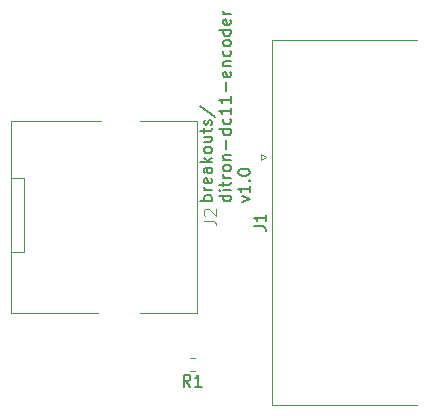
<source format=gto>
G04 #@! TF.GenerationSoftware,KiCad,Pcbnew,8.0.5*
G04 #@! TF.CreationDate,2024-09-25T12:16:08+03:00*
G04 #@! TF.ProjectId,ditron-dc11-encoder,64697472-6f6e-42d6-9463-31312d656e63,rev?*
G04 #@! TF.SameCoordinates,Original*
G04 #@! TF.FileFunction,Legend,Top*
G04 #@! TF.FilePolarity,Positive*
%FSLAX46Y46*%
G04 Gerber Fmt 4.6, Leading zero omitted, Abs format (unit mm)*
G04 Created by KiCad (PCBNEW 8.0.5) date 2024-09-25 12:16:08*
%MOMM*%
%LPD*%
G01*
G04 APERTURE LIST*
%ADD10C,0.150000*%
%ADD11C,0.100000*%
%ADD12C,0.120000*%
G04 APERTURE END LIST*
D10*
X162149931Y-92163220D02*
X161149931Y-92163220D01*
X161530883Y-92163220D02*
X161483264Y-92067982D01*
X161483264Y-92067982D02*
X161483264Y-91877506D01*
X161483264Y-91877506D02*
X161530883Y-91782268D01*
X161530883Y-91782268D02*
X161578502Y-91734649D01*
X161578502Y-91734649D02*
X161673740Y-91687030D01*
X161673740Y-91687030D02*
X161959454Y-91687030D01*
X161959454Y-91687030D02*
X162054692Y-91734649D01*
X162054692Y-91734649D02*
X162102312Y-91782268D01*
X162102312Y-91782268D02*
X162149931Y-91877506D01*
X162149931Y-91877506D02*
X162149931Y-92067982D01*
X162149931Y-92067982D02*
X162102312Y-92163220D01*
X162149931Y-91258458D02*
X161483264Y-91258458D01*
X161673740Y-91258458D02*
X161578502Y-91210839D01*
X161578502Y-91210839D02*
X161530883Y-91163220D01*
X161530883Y-91163220D02*
X161483264Y-91067982D01*
X161483264Y-91067982D02*
X161483264Y-90972744D01*
X162102312Y-90258458D02*
X162149931Y-90353696D01*
X162149931Y-90353696D02*
X162149931Y-90544172D01*
X162149931Y-90544172D02*
X162102312Y-90639410D01*
X162102312Y-90639410D02*
X162007073Y-90687029D01*
X162007073Y-90687029D02*
X161626121Y-90687029D01*
X161626121Y-90687029D02*
X161530883Y-90639410D01*
X161530883Y-90639410D02*
X161483264Y-90544172D01*
X161483264Y-90544172D02*
X161483264Y-90353696D01*
X161483264Y-90353696D02*
X161530883Y-90258458D01*
X161530883Y-90258458D02*
X161626121Y-90210839D01*
X161626121Y-90210839D02*
X161721359Y-90210839D01*
X161721359Y-90210839D02*
X161816597Y-90687029D01*
X162149931Y-89353696D02*
X161626121Y-89353696D01*
X161626121Y-89353696D02*
X161530883Y-89401315D01*
X161530883Y-89401315D02*
X161483264Y-89496553D01*
X161483264Y-89496553D02*
X161483264Y-89687029D01*
X161483264Y-89687029D02*
X161530883Y-89782267D01*
X162102312Y-89353696D02*
X162149931Y-89448934D01*
X162149931Y-89448934D02*
X162149931Y-89687029D01*
X162149931Y-89687029D02*
X162102312Y-89782267D01*
X162102312Y-89782267D02*
X162007073Y-89829886D01*
X162007073Y-89829886D02*
X161911835Y-89829886D01*
X161911835Y-89829886D02*
X161816597Y-89782267D01*
X161816597Y-89782267D02*
X161768978Y-89687029D01*
X161768978Y-89687029D02*
X161768978Y-89448934D01*
X161768978Y-89448934D02*
X161721359Y-89353696D01*
X162149931Y-88877505D02*
X161149931Y-88877505D01*
X161768978Y-88782267D02*
X162149931Y-88496553D01*
X161483264Y-88496553D02*
X161864216Y-88877505D01*
X162149931Y-87925124D02*
X162102312Y-88020362D01*
X162102312Y-88020362D02*
X162054692Y-88067981D01*
X162054692Y-88067981D02*
X161959454Y-88115600D01*
X161959454Y-88115600D02*
X161673740Y-88115600D01*
X161673740Y-88115600D02*
X161578502Y-88067981D01*
X161578502Y-88067981D02*
X161530883Y-88020362D01*
X161530883Y-88020362D02*
X161483264Y-87925124D01*
X161483264Y-87925124D02*
X161483264Y-87782267D01*
X161483264Y-87782267D02*
X161530883Y-87687029D01*
X161530883Y-87687029D02*
X161578502Y-87639410D01*
X161578502Y-87639410D02*
X161673740Y-87591791D01*
X161673740Y-87591791D02*
X161959454Y-87591791D01*
X161959454Y-87591791D02*
X162054692Y-87639410D01*
X162054692Y-87639410D02*
X162102312Y-87687029D01*
X162102312Y-87687029D02*
X162149931Y-87782267D01*
X162149931Y-87782267D02*
X162149931Y-87925124D01*
X161483264Y-86734648D02*
X162149931Y-86734648D01*
X161483264Y-87163219D02*
X162007073Y-87163219D01*
X162007073Y-87163219D02*
X162102312Y-87115600D01*
X162102312Y-87115600D02*
X162149931Y-87020362D01*
X162149931Y-87020362D02*
X162149931Y-86877505D01*
X162149931Y-86877505D02*
X162102312Y-86782267D01*
X162102312Y-86782267D02*
X162054692Y-86734648D01*
X161483264Y-86401314D02*
X161483264Y-86020362D01*
X161149931Y-86258457D02*
X162007073Y-86258457D01*
X162007073Y-86258457D02*
X162102312Y-86210838D01*
X162102312Y-86210838D02*
X162149931Y-86115600D01*
X162149931Y-86115600D02*
X162149931Y-86020362D01*
X162102312Y-85734647D02*
X162149931Y-85639409D01*
X162149931Y-85639409D02*
X162149931Y-85448933D01*
X162149931Y-85448933D02*
X162102312Y-85353695D01*
X162102312Y-85353695D02*
X162007073Y-85306076D01*
X162007073Y-85306076D02*
X161959454Y-85306076D01*
X161959454Y-85306076D02*
X161864216Y-85353695D01*
X161864216Y-85353695D02*
X161816597Y-85448933D01*
X161816597Y-85448933D02*
X161816597Y-85591790D01*
X161816597Y-85591790D02*
X161768978Y-85687028D01*
X161768978Y-85687028D02*
X161673740Y-85734647D01*
X161673740Y-85734647D02*
X161626121Y-85734647D01*
X161626121Y-85734647D02*
X161530883Y-85687028D01*
X161530883Y-85687028D02*
X161483264Y-85591790D01*
X161483264Y-85591790D02*
X161483264Y-85448933D01*
X161483264Y-85448933D02*
X161530883Y-85353695D01*
X161102312Y-84163219D02*
X162388026Y-85020361D01*
X163759875Y-91734649D02*
X162759875Y-91734649D01*
X163712256Y-91734649D02*
X163759875Y-91829887D01*
X163759875Y-91829887D02*
X163759875Y-92020363D01*
X163759875Y-92020363D02*
X163712256Y-92115601D01*
X163712256Y-92115601D02*
X163664636Y-92163220D01*
X163664636Y-92163220D02*
X163569398Y-92210839D01*
X163569398Y-92210839D02*
X163283684Y-92210839D01*
X163283684Y-92210839D02*
X163188446Y-92163220D01*
X163188446Y-92163220D02*
X163140827Y-92115601D01*
X163140827Y-92115601D02*
X163093208Y-92020363D01*
X163093208Y-92020363D02*
X163093208Y-91829887D01*
X163093208Y-91829887D02*
X163140827Y-91734649D01*
X163759875Y-91258458D02*
X163093208Y-91258458D01*
X162759875Y-91258458D02*
X162807494Y-91306077D01*
X162807494Y-91306077D02*
X162855113Y-91258458D01*
X162855113Y-91258458D02*
X162807494Y-91210839D01*
X162807494Y-91210839D02*
X162759875Y-91258458D01*
X162759875Y-91258458D02*
X162855113Y-91258458D01*
X163093208Y-90925125D02*
X163093208Y-90544173D01*
X162759875Y-90782268D02*
X163617017Y-90782268D01*
X163617017Y-90782268D02*
X163712256Y-90734649D01*
X163712256Y-90734649D02*
X163759875Y-90639411D01*
X163759875Y-90639411D02*
X163759875Y-90544173D01*
X163759875Y-90210839D02*
X163093208Y-90210839D01*
X163283684Y-90210839D02*
X163188446Y-90163220D01*
X163188446Y-90163220D02*
X163140827Y-90115601D01*
X163140827Y-90115601D02*
X163093208Y-90020363D01*
X163093208Y-90020363D02*
X163093208Y-89925125D01*
X163759875Y-89448934D02*
X163712256Y-89544172D01*
X163712256Y-89544172D02*
X163664636Y-89591791D01*
X163664636Y-89591791D02*
X163569398Y-89639410D01*
X163569398Y-89639410D02*
X163283684Y-89639410D01*
X163283684Y-89639410D02*
X163188446Y-89591791D01*
X163188446Y-89591791D02*
X163140827Y-89544172D01*
X163140827Y-89544172D02*
X163093208Y-89448934D01*
X163093208Y-89448934D02*
X163093208Y-89306077D01*
X163093208Y-89306077D02*
X163140827Y-89210839D01*
X163140827Y-89210839D02*
X163188446Y-89163220D01*
X163188446Y-89163220D02*
X163283684Y-89115601D01*
X163283684Y-89115601D02*
X163569398Y-89115601D01*
X163569398Y-89115601D02*
X163664636Y-89163220D01*
X163664636Y-89163220D02*
X163712256Y-89210839D01*
X163712256Y-89210839D02*
X163759875Y-89306077D01*
X163759875Y-89306077D02*
X163759875Y-89448934D01*
X163093208Y-88687029D02*
X163759875Y-88687029D01*
X163188446Y-88687029D02*
X163140827Y-88639410D01*
X163140827Y-88639410D02*
X163093208Y-88544172D01*
X163093208Y-88544172D02*
X163093208Y-88401315D01*
X163093208Y-88401315D02*
X163140827Y-88306077D01*
X163140827Y-88306077D02*
X163236065Y-88258458D01*
X163236065Y-88258458D02*
X163759875Y-88258458D01*
X163378922Y-87782267D02*
X163378922Y-87020363D01*
X163759875Y-86115601D02*
X162759875Y-86115601D01*
X163712256Y-86115601D02*
X163759875Y-86210839D01*
X163759875Y-86210839D02*
X163759875Y-86401315D01*
X163759875Y-86401315D02*
X163712256Y-86496553D01*
X163712256Y-86496553D02*
X163664636Y-86544172D01*
X163664636Y-86544172D02*
X163569398Y-86591791D01*
X163569398Y-86591791D02*
X163283684Y-86591791D01*
X163283684Y-86591791D02*
X163188446Y-86544172D01*
X163188446Y-86544172D02*
X163140827Y-86496553D01*
X163140827Y-86496553D02*
X163093208Y-86401315D01*
X163093208Y-86401315D02*
X163093208Y-86210839D01*
X163093208Y-86210839D02*
X163140827Y-86115601D01*
X163712256Y-85210839D02*
X163759875Y-85306077D01*
X163759875Y-85306077D02*
X163759875Y-85496553D01*
X163759875Y-85496553D02*
X163712256Y-85591791D01*
X163712256Y-85591791D02*
X163664636Y-85639410D01*
X163664636Y-85639410D02*
X163569398Y-85687029D01*
X163569398Y-85687029D02*
X163283684Y-85687029D01*
X163283684Y-85687029D02*
X163188446Y-85639410D01*
X163188446Y-85639410D02*
X163140827Y-85591791D01*
X163140827Y-85591791D02*
X163093208Y-85496553D01*
X163093208Y-85496553D02*
X163093208Y-85306077D01*
X163093208Y-85306077D02*
X163140827Y-85210839D01*
X163759875Y-84258458D02*
X163759875Y-84829886D01*
X163759875Y-84544172D02*
X162759875Y-84544172D01*
X162759875Y-84544172D02*
X162902732Y-84639410D01*
X162902732Y-84639410D02*
X162997970Y-84734648D01*
X162997970Y-84734648D02*
X163045589Y-84829886D01*
X163759875Y-83306077D02*
X163759875Y-83877505D01*
X163759875Y-83591791D02*
X162759875Y-83591791D01*
X162759875Y-83591791D02*
X162902732Y-83687029D01*
X162902732Y-83687029D02*
X162997970Y-83782267D01*
X162997970Y-83782267D02*
X163045589Y-83877505D01*
X163378922Y-82877505D02*
X163378922Y-82115601D01*
X163712256Y-81258458D02*
X163759875Y-81353696D01*
X163759875Y-81353696D02*
X163759875Y-81544172D01*
X163759875Y-81544172D02*
X163712256Y-81639410D01*
X163712256Y-81639410D02*
X163617017Y-81687029D01*
X163617017Y-81687029D02*
X163236065Y-81687029D01*
X163236065Y-81687029D02*
X163140827Y-81639410D01*
X163140827Y-81639410D02*
X163093208Y-81544172D01*
X163093208Y-81544172D02*
X163093208Y-81353696D01*
X163093208Y-81353696D02*
X163140827Y-81258458D01*
X163140827Y-81258458D02*
X163236065Y-81210839D01*
X163236065Y-81210839D02*
X163331303Y-81210839D01*
X163331303Y-81210839D02*
X163426541Y-81687029D01*
X163093208Y-80782267D02*
X163759875Y-80782267D01*
X163188446Y-80782267D02*
X163140827Y-80734648D01*
X163140827Y-80734648D02*
X163093208Y-80639410D01*
X163093208Y-80639410D02*
X163093208Y-80496553D01*
X163093208Y-80496553D02*
X163140827Y-80401315D01*
X163140827Y-80401315D02*
X163236065Y-80353696D01*
X163236065Y-80353696D02*
X163759875Y-80353696D01*
X163712256Y-79448934D02*
X163759875Y-79544172D01*
X163759875Y-79544172D02*
X163759875Y-79734648D01*
X163759875Y-79734648D02*
X163712256Y-79829886D01*
X163712256Y-79829886D02*
X163664636Y-79877505D01*
X163664636Y-79877505D02*
X163569398Y-79925124D01*
X163569398Y-79925124D02*
X163283684Y-79925124D01*
X163283684Y-79925124D02*
X163188446Y-79877505D01*
X163188446Y-79877505D02*
X163140827Y-79829886D01*
X163140827Y-79829886D02*
X163093208Y-79734648D01*
X163093208Y-79734648D02*
X163093208Y-79544172D01*
X163093208Y-79544172D02*
X163140827Y-79448934D01*
X163759875Y-78877505D02*
X163712256Y-78972743D01*
X163712256Y-78972743D02*
X163664636Y-79020362D01*
X163664636Y-79020362D02*
X163569398Y-79067981D01*
X163569398Y-79067981D02*
X163283684Y-79067981D01*
X163283684Y-79067981D02*
X163188446Y-79020362D01*
X163188446Y-79020362D02*
X163140827Y-78972743D01*
X163140827Y-78972743D02*
X163093208Y-78877505D01*
X163093208Y-78877505D02*
X163093208Y-78734648D01*
X163093208Y-78734648D02*
X163140827Y-78639410D01*
X163140827Y-78639410D02*
X163188446Y-78591791D01*
X163188446Y-78591791D02*
X163283684Y-78544172D01*
X163283684Y-78544172D02*
X163569398Y-78544172D01*
X163569398Y-78544172D02*
X163664636Y-78591791D01*
X163664636Y-78591791D02*
X163712256Y-78639410D01*
X163712256Y-78639410D02*
X163759875Y-78734648D01*
X163759875Y-78734648D02*
X163759875Y-78877505D01*
X163759875Y-77687029D02*
X162759875Y-77687029D01*
X163712256Y-77687029D02*
X163759875Y-77782267D01*
X163759875Y-77782267D02*
X163759875Y-77972743D01*
X163759875Y-77972743D02*
X163712256Y-78067981D01*
X163712256Y-78067981D02*
X163664636Y-78115600D01*
X163664636Y-78115600D02*
X163569398Y-78163219D01*
X163569398Y-78163219D02*
X163283684Y-78163219D01*
X163283684Y-78163219D02*
X163188446Y-78115600D01*
X163188446Y-78115600D02*
X163140827Y-78067981D01*
X163140827Y-78067981D02*
X163093208Y-77972743D01*
X163093208Y-77972743D02*
X163093208Y-77782267D01*
X163093208Y-77782267D02*
X163140827Y-77687029D01*
X163712256Y-76829886D02*
X163759875Y-76925124D01*
X163759875Y-76925124D02*
X163759875Y-77115600D01*
X163759875Y-77115600D02*
X163712256Y-77210838D01*
X163712256Y-77210838D02*
X163617017Y-77258457D01*
X163617017Y-77258457D02*
X163236065Y-77258457D01*
X163236065Y-77258457D02*
X163140827Y-77210838D01*
X163140827Y-77210838D02*
X163093208Y-77115600D01*
X163093208Y-77115600D02*
X163093208Y-76925124D01*
X163093208Y-76925124D02*
X163140827Y-76829886D01*
X163140827Y-76829886D02*
X163236065Y-76782267D01*
X163236065Y-76782267D02*
X163331303Y-76782267D01*
X163331303Y-76782267D02*
X163426541Y-77258457D01*
X163759875Y-76353695D02*
X163093208Y-76353695D01*
X163283684Y-76353695D02*
X163188446Y-76306076D01*
X163188446Y-76306076D02*
X163140827Y-76258457D01*
X163140827Y-76258457D02*
X163093208Y-76163219D01*
X163093208Y-76163219D02*
X163093208Y-76067981D01*
X164703152Y-92258458D02*
X165369819Y-92020363D01*
X165369819Y-92020363D02*
X164703152Y-91782268D01*
X165369819Y-90877506D02*
X165369819Y-91448934D01*
X165369819Y-91163220D02*
X164369819Y-91163220D01*
X164369819Y-91163220D02*
X164512676Y-91258458D01*
X164512676Y-91258458D02*
X164607914Y-91353696D01*
X164607914Y-91353696D02*
X164655533Y-91448934D01*
X165274580Y-90448934D02*
X165322200Y-90401315D01*
X165322200Y-90401315D02*
X165369819Y-90448934D01*
X165369819Y-90448934D02*
X165322200Y-90496553D01*
X165322200Y-90496553D02*
X165274580Y-90448934D01*
X165274580Y-90448934D02*
X165369819Y-90448934D01*
X164369819Y-89782268D02*
X164369819Y-89687030D01*
X164369819Y-89687030D02*
X164417438Y-89591792D01*
X164417438Y-89591792D02*
X164465057Y-89544173D01*
X164465057Y-89544173D02*
X164560295Y-89496554D01*
X164560295Y-89496554D02*
X164750771Y-89448935D01*
X164750771Y-89448935D02*
X164988866Y-89448935D01*
X164988866Y-89448935D02*
X165179342Y-89496554D01*
X165179342Y-89496554D02*
X165274580Y-89544173D01*
X165274580Y-89544173D02*
X165322200Y-89591792D01*
X165322200Y-89591792D02*
X165369819Y-89687030D01*
X165369819Y-89687030D02*
X165369819Y-89782268D01*
X165369819Y-89782268D02*
X165322200Y-89877506D01*
X165322200Y-89877506D02*
X165274580Y-89925125D01*
X165274580Y-89925125D02*
X165179342Y-89972744D01*
X165179342Y-89972744D02*
X164988866Y-90020363D01*
X164988866Y-90020363D02*
X164750771Y-90020363D01*
X164750771Y-90020363D02*
X164560295Y-89972744D01*
X164560295Y-89972744D02*
X164465057Y-89925125D01*
X164465057Y-89925125D02*
X164417438Y-89877506D01*
X164417438Y-89877506D02*
X164369819Y-89782268D01*
X165724488Y-94323333D02*
X166438773Y-94323333D01*
X166438773Y-94323333D02*
X166581630Y-94370952D01*
X166581630Y-94370952D02*
X166676869Y-94466190D01*
X166676869Y-94466190D02*
X166724488Y-94609047D01*
X166724488Y-94609047D02*
X166724488Y-94704285D01*
X166724488Y-93323333D02*
X166724488Y-93894761D01*
X166724488Y-93609047D02*
X165724488Y-93609047D01*
X165724488Y-93609047D02*
X165867345Y-93704285D01*
X165867345Y-93704285D02*
X165962583Y-93799523D01*
X165962583Y-93799523D02*
X166010202Y-93894761D01*
X160333333Y-107884819D02*
X160000000Y-107408628D01*
X159761905Y-107884819D02*
X159761905Y-106884819D01*
X159761905Y-106884819D02*
X160142857Y-106884819D01*
X160142857Y-106884819D02*
X160238095Y-106932438D01*
X160238095Y-106932438D02*
X160285714Y-106980057D01*
X160285714Y-106980057D02*
X160333333Y-107075295D01*
X160333333Y-107075295D02*
X160333333Y-107218152D01*
X160333333Y-107218152D02*
X160285714Y-107313390D01*
X160285714Y-107313390D02*
X160238095Y-107361009D01*
X160238095Y-107361009D02*
X160142857Y-107408628D01*
X160142857Y-107408628D02*
X159761905Y-107408628D01*
X161285714Y-107884819D02*
X160714286Y-107884819D01*
X161000000Y-107884819D02*
X161000000Y-106884819D01*
X161000000Y-106884819D02*
X160904762Y-107027676D01*
X160904762Y-107027676D02*
X160809524Y-107122914D01*
X160809524Y-107122914D02*
X160714286Y-107170533D01*
D11*
X161457419Y-93833333D02*
X162171704Y-93833333D01*
X162171704Y-93833333D02*
X162314561Y-93880952D01*
X162314561Y-93880952D02*
X162409800Y-93976190D01*
X162409800Y-93976190D02*
X162457419Y-94119047D01*
X162457419Y-94119047D02*
X162457419Y-94214285D01*
X161552657Y-93404761D02*
X161505038Y-93357142D01*
X161505038Y-93357142D02*
X161457419Y-93261904D01*
X161457419Y-93261904D02*
X161457419Y-93023809D01*
X161457419Y-93023809D02*
X161505038Y-92928571D01*
X161505038Y-92928571D02*
X161552657Y-92880952D01*
X161552657Y-92880952D02*
X161647895Y-92833333D01*
X161647895Y-92833333D02*
X161743133Y-92833333D01*
X161743133Y-92833333D02*
X161885990Y-92880952D01*
X161885990Y-92880952D02*
X162457419Y-93452380D01*
X162457419Y-93452380D02*
X162457419Y-92833333D01*
D12*
G04 #@! TO.C,J1*
X166315331Y-88200000D02*
X166748344Y-88450000D01*
X166315331Y-88700000D02*
X166315331Y-88200000D01*
X166748344Y-88450000D02*
X166315331Y-88700000D01*
X167209669Y-78505000D02*
X179549669Y-78505000D01*
X167209669Y-109475000D02*
X167209669Y-78505000D01*
X179549669Y-109475000D02*
X167209669Y-109475000D01*
G04 #@! TO.C,R1*
X160737258Y-105477500D02*
X160262742Y-105477500D01*
X160737258Y-106522500D02*
X160262742Y-106522500D01*
D11*
G04 #@! TO.C,J2*
X145125000Y-85375000D02*
X152746000Y-85372000D01*
X145125000Y-101625000D02*
X145125000Y-85375000D01*
X145250000Y-90250000D02*
X146250000Y-90250000D01*
X146250000Y-90250000D02*
X146250000Y-96500000D01*
X146250000Y-96500000D02*
X145250000Y-96500000D01*
X152492000Y-101628000D02*
X145125000Y-101625000D01*
X160875000Y-85375000D02*
X156048000Y-85372000D01*
X160875000Y-85375000D02*
X160875000Y-101625000D01*
X160875000Y-101625000D02*
X156048000Y-101628000D01*
G04 #@! TD*
M02*

</source>
